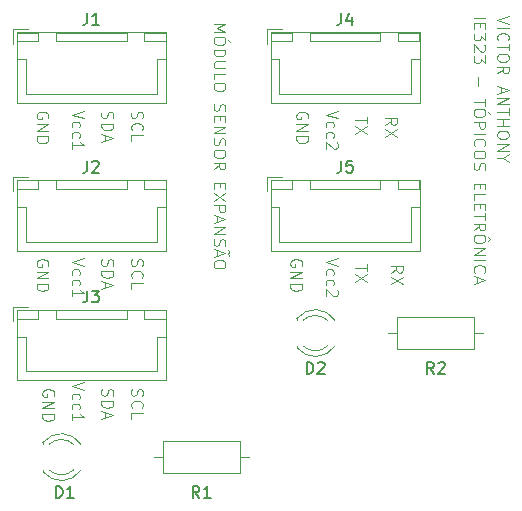
<source format=gbr>
%TF.GenerationSoftware,KiCad,Pcbnew,8.0.3*%
%TF.CreationDate,2024-10-12T11:47:42-03:00*%
%TF.ProjectId,m_dulo_sensor_i2c_2sensores,6df36475-6c6f-45f7-9365-6e736f725f69,rev?*%
%TF.SameCoordinates,Original*%
%TF.FileFunction,Legend,Top*%
%TF.FilePolarity,Positive*%
%FSLAX46Y46*%
G04 Gerber Fmt 4.6, Leading zero omitted, Abs format (unit mm)*
G04 Created by KiCad (PCBNEW 8.0.3) date 2024-10-12 11:47:42*
%MOMM*%
%LPD*%
G01*
G04 APERTURE LIST*
%ADD10C,0.100000*%
%ADD11C,0.150000*%
%ADD12C,0.120000*%
G04 APERTURE END LIST*
D10*
X91127580Y-52803884D02*
X92127580Y-52803884D01*
X92127580Y-52803884D02*
X91413295Y-53137217D01*
X91413295Y-53137217D02*
X92127580Y-53470550D01*
X92127580Y-53470550D02*
X91127580Y-53470550D01*
X92127580Y-54137217D02*
X92127580Y-54327693D01*
X92127580Y-54327693D02*
X92079961Y-54422931D01*
X92079961Y-54422931D02*
X91984723Y-54518169D01*
X91984723Y-54518169D02*
X91794247Y-54565788D01*
X91794247Y-54565788D02*
X91460914Y-54565788D01*
X91460914Y-54565788D02*
X91270438Y-54518169D01*
X91270438Y-54518169D02*
X91175200Y-54422931D01*
X91175200Y-54422931D02*
X91127580Y-54327693D01*
X91127580Y-54327693D02*
X91127580Y-54137217D01*
X91127580Y-54137217D02*
X91175200Y-54041979D01*
X91175200Y-54041979D02*
X91270438Y-53946741D01*
X91270438Y-53946741D02*
X91460914Y-53899122D01*
X91460914Y-53899122D02*
X91794247Y-53899122D01*
X91794247Y-53899122D02*
X91984723Y-53946741D01*
X91984723Y-53946741D02*
X92079961Y-54041979D01*
X92079961Y-54041979D02*
X92127580Y-54137217D01*
X92508533Y-54327693D02*
X92365676Y-54184836D01*
X91127580Y-54994360D02*
X92127580Y-54994360D01*
X92127580Y-54994360D02*
X92127580Y-55232455D01*
X92127580Y-55232455D02*
X92079961Y-55375312D01*
X92079961Y-55375312D02*
X91984723Y-55470550D01*
X91984723Y-55470550D02*
X91889485Y-55518169D01*
X91889485Y-55518169D02*
X91699009Y-55565788D01*
X91699009Y-55565788D02*
X91556152Y-55565788D01*
X91556152Y-55565788D02*
X91365676Y-55518169D01*
X91365676Y-55518169D02*
X91270438Y-55470550D01*
X91270438Y-55470550D02*
X91175200Y-55375312D01*
X91175200Y-55375312D02*
X91127580Y-55232455D01*
X91127580Y-55232455D02*
X91127580Y-54994360D01*
X92127580Y-55994360D02*
X91318057Y-55994360D01*
X91318057Y-55994360D02*
X91222819Y-56041979D01*
X91222819Y-56041979D02*
X91175200Y-56089598D01*
X91175200Y-56089598D02*
X91127580Y-56184836D01*
X91127580Y-56184836D02*
X91127580Y-56375312D01*
X91127580Y-56375312D02*
X91175200Y-56470550D01*
X91175200Y-56470550D02*
X91222819Y-56518169D01*
X91222819Y-56518169D02*
X91318057Y-56565788D01*
X91318057Y-56565788D02*
X92127580Y-56565788D01*
X91127580Y-57518169D02*
X91127580Y-57041979D01*
X91127580Y-57041979D02*
X92127580Y-57041979D01*
X92127580Y-58041979D02*
X92127580Y-58232455D01*
X92127580Y-58232455D02*
X92079961Y-58327693D01*
X92079961Y-58327693D02*
X91984723Y-58422931D01*
X91984723Y-58422931D02*
X91794247Y-58470550D01*
X91794247Y-58470550D02*
X91460914Y-58470550D01*
X91460914Y-58470550D02*
X91270438Y-58422931D01*
X91270438Y-58422931D02*
X91175200Y-58327693D01*
X91175200Y-58327693D02*
X91127580Y-58232455D01*
X91127580Y-58232455D02*
X91127580Y-58041979D01*
X91127580Y-58041979D02*
X91175200Y-57946741D01*
X91175200Y-57946741D02*
X91270438Y-57851503D01*
X91270438Y-57851503D02*
X91460914Y-57803884D01*
X91460914Y-57803884D02*
X91794247Y-57803884D01*
X91794247Y-57803884D02*
X91984723Y-57851503D01*
X91984723Y-57851503D02*
X92079961Y-57946741D01*
X92079961Y-57946741D02*
X92127580Y-58041979D01*
X91175200Y-59613408D02*
X91127580Y-59756265D01*
X91127580Y-59756265D02*
X91127580Y-59994360D01*
X91127580Y-59994360D02*
X91175200Y-60089598D01*
X91175200Y-60089598D02*
X91222819Y-60137217D01*
X91222819Y-60137217D02*
X91318057Y-60184836D01*
X91318057Y-60184836D02*
X91413295Y-60184836D01*
X91413295Y-60184836D02*
X91508533Y-60137217D01*
X91508533Y-60137217D02*
X91556152Y-60089598D01*
X91556152Y-60089598D02*
X91603771Y-59994360D01*
X91603771Y-59994360D02*
X91651390Y-59803884D01*
X91651390Y-59803884D02*
X91699009Y-59708646D01*
X91699009Y-59708646D02*
X91746628Y-59661027D01*
X91746628Y-59661027D02*
X91841866Y-59613408D01*
X91841866Y-59613408D02*
X91937104Y-59613408D01*
X91937104Y-59613408D02*
X92032342Y-59661027D01*
X92032342Y-59661027D02*
X92079961Y-59708646D01*
X92079961Y-59708646D02*
X92127580Y-59803884D01*
X92127580Y-59803884D02*
X92127580Y-60041979D01*
X92127580Y-60041979D02*
X92079961Y-60184836D01*
X91651390Y-60613408D02*
X91651390Y-60946741D01*
X91127580Y-61089598D02*
X91127580Y-60613408D01*
X91127580Y-60613408D02*
X92127580Y-60613408D01*
X92127580Y-60613408D02*
X92127580Y-61089598D01*
X91127580Y-61518170D02*
X92127580Y-61518170D01*
X92127580Y-61518170D02*
X91127580Y-62089598D01*
X91127580Y-62089598D02*
X92127580Y-62089598D01*
X91175200Y-62518170D02*
X91127580Y-62661027D01*
X91127580Y-62661027D02*
X91127580Y-62899122D01*
X91127580Y-62899122D02*
X91175200Y-62994360D01*
X91175200Y-62994360D02*
X91222819Y-63041979D01*
X91222819Y-63041979D02*
X91318057Y-63089598D01*
X91318057Y-63089598D02*
X91413295Y-63089598D01*
X91413295Y-63089598D02*
X91508533Y-63041979D01*
X91508533Y-63041979D02*
X91556152Y-62994360D01*
X91556152Y-62994360D02*
X91603771Y-62899122D01*
X91603771Y-62899122D02*
X91651390Y-62708646D01*
X91651390Y-62708646D02*
X91699009Y-62613408D01*
X91699009Y-62613408D02*
X91746628Y-62565789D01*
X91746628Y-62565789D02*
X91841866Y-62518170D01*
X91841866Y-62518170D02*
X91937104Y-62518170D01*
X91937104Y-62518170D02*
X92032342Y-62565789D01*
X92032342Y-62565789D02*
X92079961Y-62613408D01*
X92079961Y-62613408D02*
X92127580Y-62708646D01*
X92127580Y-62708646D02*
X92127580Y-62946741D01*
X92127580Y-62946741D02*
X92079961Y-63089598D01*
X92127580Y-63708646D02*
X92127580Y-63899122D01*
X92127580Y-63899122D02*
X92079961Y-63994360D01*
X92079961Y-63994360D02*
X91984723Y-64089598D01*
X91984723Y-64089598D02*
X91794247Y-64137217D01*
X91794247Y-64137217D02*
X91460914Y-64137217D01*
X91460914Y-64137217D02*
X91270438Y-64089598D01*
X91270438Y-64089598D02*
X91175200Y-63994360D01*
X91175200Y-63994360D02*
X91127580Y-63899122D01*
X91127580Y-63899122D02*
X91127580Y-63708646D01*
X91127580Y-63708646D02*
X91175200Y-63613408D01*
X91175200Y-63613408D02*
X91270438Y-63518170D01*
X91270438Y-63518170D02*
X91460914Y-63470551D01*
X91460914Y-63470551D02*
X91794247Y-63470551D01*
X91794247Y-63470551D02*
X91984723Y-63518170D01*
X91984723Y-63518170D02*
X92079961Y-63613408D01*
X92079961Y-63613408D02*
X92127580Y-63708646D01*
X91127580Y-65137217D02*
X91603771Y-64803884D01*
X91127580Y-64565789D02*
X92127580Y-64565789D01*
X92127580Y-64565789D02*
X92127580Y-64946741D01*
X92127580Y-64946741D02*
X92079961Y-65041979D01*
X92079961Y-65041979D02*
X92032342Y-65089598D01*
X92032342Y-65089598D02*
X91937104Y-65137217D01*
X91937104Y-65137217D02*
X91794247Y-65137217D01*
X91794247Y-65137217D02*
X91699009Y-65089598D01*
X91699009Y-65089598D02*
X91651390Y-65041979D01*
X91651390Y-65041979D02*
X91603771Y-64946741D01*
X91603771Y-64946741D02*
X91603771Y-64565789D01*
X91651390Y-66327694D02*
X91651390Y-66661027D01*
X91127580Y-66803884D02*
X91127580Y-66327694D01*
X91127580Y-66327694D02*
X92127580Y-66327694D01*
X92127580Y-66327694D02*
X92127580Y-66803884D01*
X92127580Y-67137218D02*
X91127580Y-67803884D01*
X92127580Y-67803884D02*
X91127580Y-67137218D01*
X91127580Y-68184837D02*
X92127580Y-68184837D01*
X92127580Y-68184837D02*
X92127580Y-68565789D01*
X92127580Y-68565789D02*
X92079961Y-68661027D01*
X92079961Y-68661027D02*
X92032342Y-68708646D01*
X92032342Y-68708646D02*
X91937104Y-68756265D01*
X91937104Y-68756265D02*
X91794247Y-68756265D01*
X91794247Y-68756265D02*
X91699009Y-68708646D01*
X91699009Y-68708646D02*
X91651390Y-68661027D01*
X91651390Y-68661027D02*
X91603771Y-68565789D01*
X91603771Y-68565789D02*
X91603771Y-68184837D01*
X91413295Y-69137218D02*
X91413295Y-69613408D01*
X91127580Y-69041980D02*
X92127580Y-69375313D01*
X92127580Y-69375313D02*
X91127580Y-69708646D01*
X91127580Y-70041980D02*
X92127580Y-70041980D01*
X92127580Y-70041980D02*
X91127580Y-70613408D01*
X91127580Y-70613408D02*
X92127580Y-70613408D01*
X91175200Y-71041980D02*
X91127580Y-71184837D01*
X91127580Y-71184837D02*
X91127580Y-71422932D01*
X91127580Y-71422932D02*
X91175200Y-71518170D01*
X91175200Y-71518170D02*
X91222819Y-71565789D01*
X91222819Y-71565789D02*
X91318057Y-71613408D01*
X91318057Y-71613408D02*
X91413295Y-71613408D01*
X91413295Y-71613408D02*
X91508533Y-71565789D01*
X91508533Y-71565789D02*
X91556152Y-71518170D01*
X91556152Y-71518170D02*
X91603771Y-71422932D01*
X91603771Y-71422932D02*
X91651390Y-71232456D01*
X91651390Y-71232456D02*
X91699009Y-71137218D01*
X91699009Y-71137218D02*
X91746628Y-71089599D01*
X91746628Y-71089599D02*
X91841866Y-71041980D01*
X91841866Y-71041980D02*
X91937104Y-71041980D01*
X91937104Y-71041980D02*
X92032342Y-71089599D01*
X92032342Y-71089599D02*
X92079961Y-71137218D01*
X92079961Y-71137218D02*
X92127580Y-71232456D01*
X92127580Y-71232456D02*
X92127580Y-71470551D01*
X92127580Y-71470551D02*
X92079961Y-71613408D01*
X91413295Y-71994361D02*
X91413295Y-72470551D01*
X91127580Y-71899123D02*
X92127580Y-72232456D01*
X92127580Y-72232456D02*
X91127580Y-72565789D01*
X92365676Y-71994361D02*
X92413295Y-72041980D01*
X92413295Y-72041980D02*
X92460914Y-72137218D01*
X92460914Y-72137218D02*
X92365676Y-72327694D01*
X92365676Y-72327694D02*
X92413295Y-72422932D01*
X92413295Y-72422932D02*
X92460914Y-72470551D01*
X92127580Y-73089599D02*
X92127580Y-73280075D01*
X92127580Y-73280075D02*
X92079961Y-73375313D01*
X92079961Y-73375313D02*
X91984723Y-73470551D01*
X91984723Y-73470551D02*
X91794247Y-73518170D01*
X91794247Y-73518170D02*
X91460914Y-73518170D01*
X91460914Y-73518170D02*
X91270438Y-73470551D01*
X91270438Y-73470551D02*
X91175200Y-73375313D01*
X91175200Y-73375313D02*
X91127580Y-73280075D01*
X91127580Y-73280075D02*
X91127580Y-73089599D01*
X91127580Y-73089599D02*
X91175200Y-72994361D01*
X91175200Y-72994361D02*
X91270438Y-72899123D01*
X91270438Y-72899123D02*
X91460914Y-72851504D01*
X91460914Y-72851504D02*
X91794247Y-72851504D01*
X91794247Y-72851504D02*
X91984723Y-72899123D01*
X91984723Y-72899123D02*
X92079961Y-72994361D01*
X92079961Y-72994361D02*
X92127580Y-73089599D01*
X113127580Y-52303884D02*
X114127580Y-52303884D01*
X113651390Y-52780074D02*
X113651390Y-53113407D01*
X113127580Y-53256264D02*
X113127580Y-52780074D01*
X113127580Y-52780074D02*
X114127580Y-52780074D01*
X114127580Y-52780074D02*
X114127580Y-53256264D01*
X114127580Y-53589598D02*
X114127580Y-54208645D01*
X114127580Y-54208645D02*
X113746628Y-53875312D01*
X113746628Y-53875312D02*
X113746628Y-54018169D01*
X113746628Y-54018169D02*
X113699009Y-54113407D01*
X113699009Y-54113407D02*
X113651390Y-54161026D01*
X113651390Y-54161026D02*
X113556152Y-54208645D01*
X113556152Y-54208645D02*
X113318057Y-54208645D01*
X113318057Y-54208645D02*
X113222819Y-54161026D01*
X113222819Y-54161026D02*
X113175200Y-54113407D01*
X113175200Y-54113407D02*
X113127580Y-54018169D01*
X113127580Y-54018169D02*
X113127580Y-53732455D01*
X113127580Y-53732455D02*
X113175200Y-53637217D01*
X113175200Y-53637217D02*
X113222819Y-53589598D01*
X114032342Y-54589598D02*
X114079961Y-54637217D01*
X114079961Y-54637217D02*
X114127580Y-54732455D01*
X114127580Y-54732455D02*
X114127580Y-54970550D01*
X114127580Y-54970550D02*
X114079961Y-55065788D01*
X114079961Y-55065788D02*
X114032342Y-55113407D01*
X114032342Y-55113407D02*
X113937104Y-55161026D01*
X113937104Y-55161026D02*
X113841866Y-55161026D01*
X113841866Y-55161026D02*
X113699009Y-55113407D01*
X113699009Y-55113407D02*
X113127580Y-54541979D01*
X113127580Y-54541979D02*
X113127580Y-55161026D01*
X114127580Y-55494360D02*
X114127580Y-56113407D01*
X114127580Y-56113407D02*
X113746628Y-55780074D01*
X113746628Y-55780074D02*
X113746628Y-55922931D01*
X113746628Y-55922931D02*
X113699009Y-56018169D01*
X113699009Y-56018169D02*
X113651390Y-56065788D01*
X113651390Y-56065788D02*
X113556152Y-56113407D01*
X113556152Y-56113407D02*
X113318057Y-56113407D01*
X113318057Y-56113407D02*
X113222819Y-56065788D01*
X113222819Y-56065788D02*
X113175200Y-56018169D01*
X113175200Y-56018169D02*
X113127580Y-55922931D01*
X113127580Y-55922931D02*
X113127580Y-55637217D01*
X113127580Y-55637217D02*
X113175200Y-55541979D01*
X113175200Y-55541979D02*
X113222819Y-55494360D01*
X113508533Y-57303884D02*
X113508533Y-58065789D01*
X114127580Y-59161027D02*
X114127580Y-59732455D01*
X113127580Y-59446741D02*
X114127580Y-59446741D01*
X114127580Y-60256265D02*
X114127580Y-60446741D01*
X114127580Y-60446741D02*
X114079961Y-60541979D01*
X114079961Y-60541979D02*
X113984723Y-60637217D01*
X113984723Y-60637217D02*
X113794247Y-60684836D01*
X113794247Y-60684836D02*
X113460914Y-60684836D01*
X113460914Y-60684836D02*
X113270438Y-60637217D01*
X113270438Y-60637217D02*
X113175200Y-60541979D01*
X113175200Y-60541979D02*
X113127580Y-60446741D01*
X113127580Y-60446741D02*
X113127580Y-60256265D01*
X113127580Y-60256265D02*
X113175200Y-60161027D01*
X113175200Y-60161027D02*
X113270438Y-60065789D01*
X113270438Y-60065789D02*
X113460914Y-60018170D01*
X113460914Y-60018170D02*
X113794247Y-60018170D01*
X113794247Y-60018170D02*
X113984723Y-60065789D01*
X113984723Y-60065789D02*
X114079961Y-60161027D01*
X114079961Y-60161027D02*
X114127580Y-60256265D01*
X114508533Y-60446741D02*
X114365676Y-60303884D01*
X113127580Y-61113408D02*
X114127580Y-61113408D01*
X114127580Y-61113408D02*
X114127580Y-61494360D01*
X114127580Y-61494360D02*
X114079961Y-61589598D01*
X114079961Y-61589598D02*
X114032342Y-61637217D01*
X114032342Y-61637217D02*
X113937104Y-61684836D01*
X113937104Y-61684836D02*
X113794247Y-61684836D01*
X113794247Y-61684836D02*
X113699009Y-61637217D01*
X113699009Y-61637217D02*
X113651390Y-61589598D01*
X113651390Y-61589598D02*
X113603771Y-61494360D01*
X113603771Y-61494360D02*
X113603771Y-61113408D01*
X113127580Y-62113408D02*
X114127580Y-62113408D01*
X113222819Y-63161026D02*
X113175200Y-63113407D01*
X113175200Y-63113407D02*
X113127580Y-62970550D01*
X113127580Y-62970550D02*
X113127580Y-62875312D01*
X113127580Y-62875312D02*
X113175200Y-62732455D01*
X113175200Y-62732455D02*
X113270438Y-62637217D01*
X113270438Y-62637217D02*
X113365676Y-62589598D01*
X113365676Y-62589598D02*
X113556152Y-62541979D01*
X113556152Y-62541979D02*
X113699009Y-62541979D01*
X113699009Y-62541979D02*
X113889485Y-62589598D01*
X113889485Y-62589598D02*
X113984723Y-62637217D01*
X113984723Y-62637217D02*
X114079961Y-62732455D01*
X114079961Y-62732455D02*
X114127580Y-62875312D01*
X114127580Y-62875312D02*
X114127580Y-62970550D01*
X114127580Y-62970550D02*
X114079961Y-63113407D01*
X114079961Y-63113407D02*
X114032342Y-63161026D01*
X114127580Y-63780074D02*
X114127580Y-63970550D01*
X114127580Y-63970550D02*
X114079961Y-64065788D01*
X114079961Y-64065788D02*
X113984723Y-64161026D01*
X113984723Y-64161026D02*
X113794247Y-64208645D01*
X113794247Y-64208645D02*
X113460914Y-64208645D01*
X113460914Y-64208645D02*
X113270438Y-64161026D01*
X113270438Y-64161026D02*
X113175200Y-64065788D01*
X113175200Y-64065788D02*
X113127580Y-63970550D01*
X113127580Y-63970550D02*
X113127580Y-63780074D01*
X113127580Y-63780074D02*
X113175200Y-63684836D01*
X113175200Y-63684836D02*
X113270438Y-63589598D01*
X113270438Y-63589598D02*
X113460914Y-63541979D01*
X113460914Y-63541979D02*
X113794247Y-63541979D01*
X113794247Y-63541979D02*
X113984723Y-63589598D01*
X113984723Y-63589598D02*
X114079961Y-63684836D01*
X114079961Y-63684836D02*
X114127580Y-63780074D01*
X113175200Y-64589598D02*
X113127580Y-64732455D01*
X113127580Y-64732455D02*
X113127580Y-64970550D01*
X113127580Y-64970550D02*
X113175200Y-65065788D01*
X113175200Y-65065788D02*
X113222819Y-65113407D01*
X113222819Y-65113407D02*
X113318057Y-65161026D01*
X113318057Y-65161026D02*
X113413295Y-65161026D01*
X113413295Y-65161026D02*
X113508533Y-65113407D01*
X113508533Y-65113407D02*
X113556152Y-65065788D01*
X113556152Y-65065788D02*
X113603771Y-64970550D01*
X113603771Y-64970550D02*
X113651390Y-64780074D01*
X113651390Y-64780074D02*
X113699009Y-64684836D01*
X113699009Y-64684836D02*
X113746628Y-64637217D01*
X113746628Y-64637217D02*
X113841866Y-64589598D01*
X113841866Y-64589598D02*
X113937104Y-64589598D01*
X113937104Y-64589598D02*
X114032342Y-64637217D01*
X114032342Y-64637217D02*
X114079961Y-64684836D01*
X114079961Y-64684836D02*
X114127580Y-64780074D01*
X114127580Y-64780074D02*
X114127580Y-65018169D01*
X114127580Y-65018169D02*
X114079961Y-65161026D01*
X113651390Y-66351503D02*
X113651390Y-66684836D01*
X113127580Y-66827693D02*
X113127580Y-66351503D01*
X113127580Y-66351503D02*
X114127580Y-66351503D01*
X114127580Y-66351503D02*
X114127580Y-66827693D01*
X113127580Y-67732455D02*
X113127580Y-67256265D01*
X113127580Y-67256265D02*
X114127580Y-67256265D01*
X113651390Y-68065789D02*
X113651390Y-68399122D01*
X113127580Y-68541979D02*
X113127580Y-68065789D01*
X113127580Y-68065789D02*
X114127580Y-68065789D01*
X114127580Y-68065789D02*
X114127580Y-68541979D01*
X114127580Y-68827694D02*
X114127580Y-69399122D01*
X113127580Y-69113408D02*
X114127580Y-69113408D01*
X113127580Y-70303884D02*
X113603771Y-69970551D01*
X113127580Y-69732456D02*
X114127580Y-69732456D01*
X114127580Y-69732456D02*
X114127580Y-70113408D01*
X114127580Y-70113408D02*
X114079961Y-70208646D01*
X114079961Y-70208646D02*
X114032342Y-70256265D01*
X114032342Y-70256265D02*
X113937104Y-70303884D01*
X113937104Y-70303884D02*
X113794247Y-70303884D01*
X113794247Y-70303884D02*
X113699009Y-70256265D01*
X113699009Y-70256265D02*
X113651390Y-70208646D01*
X113651390Y-70208646D02*
X113603771Y-70113408D01*
X113603771Y-70113408D02*
X113603771Y-69732456D01*
X114127580Y-70922932D02*
X114127580Y-71113408D01*
X114127580Y-71113408D02*
X114079961Y-71208646D01*
X114079961Y-71208646D02*
X113984723Y-71303884D01*
X113984723Y-71303884D02*
X113794247Y-71351503D01*
X113794247Y-71351503D02*
X113460914Y-71351503D01*
X113460914Y-71351503D02*
X113270438Y-71303884D01*
X113270438Y-71303884D02*
X113175200Y-71208646D01*
X113175200Y-71208646D02*
X113127580Y-71113408D01*
X113127580Y-71113408D02*
X113127580Y-70922932D01*
X113127580Y-70922932D02*
X113175200Y-70827694D01*
X113175200Y-70827694D02*
X113270438Y-70732456D01*
X113270438Y-70732456D02*
X113460914Y-70684837D01*
X113460914Y-70684837D02*
X113794247Y-70684837D01*
X113794247Y-70684837D02*
X113984723Y-70732456D01*
X113984723Y-70732456D02*
X114079961Y-70827694D01*
X114079961Y-70827694D02*
X114127580Y-70922932D01*
X114365676Y-70827694D02*
X114508533Y-71018170D01*
X114508533Y-71018170D02*
X114365676Y-71208646D01*
X113127580Y-71780075D02*
X114127580Y-71780075D01*
X114127580Y-71780075D02*
X113127580Y-72351503D01*
X113127580Y-72351503D02*
X114127580Y-72351503D01*
X113127580Y-72827694D02*
X114127580Y-72827694D01*
X113222819Y-73875312D02*
X113175200Y-73827693D01*
X113175200Y-73827693D02*
X113127580Y-73684836D01*
X113127580Y-73684836D02*
X113127580Y-73589598D01*
X113127580Y-73589598D02*
X113175200Y-73446741D01*
X113175200Y-73446741D02*
X113270438Y-73351503D01*
X113270438Y-73351503D02*
X113365676Y-73303884D01*
X113365676Y-73303884D02*
X113556152Y-73256265D01*
X113556152Y-73256265D02*
X113699009Y-73256265D01*
X113699009Y-73256265D02*
X113889485Y-73303884D01*
X113889485Y-73303884D02*
X113984723Y-73351503D01*
X113984723Y-73351503D02*
X114079961Y-73446741D01*
X114079961Y-73446741D02*
X114127580Y-73589598D01*
X114127580Y-73589598D02*
X114127580Y-73684836D01*
X114127580Y-73684836D02*
X114079961Y-73827693D01*
X114079961Y-73827693D02*
X114032342Y-73875312D01*
X113413295Y-74256265D02*
X113413295Y-74732455D01*
X113127580Y-74161027D02*
X114127580Y-74494360D01*
X114127580Y-74494360D02*
X113127580Y-74827693D01*
X116127580Y-52161027D02*
X115127580Y-52494360D01*
X115127580Y-52494360D02*
X116127580Y-52827693D01*
X115127580Y-53161027D02*
X116127580Y-53161027D01*
X115222819Y-54208645D02*
X115175200Y-54161026D01*
X115175200Y-54161026D02*
X115127580Y-54018169D01*
X115127580Y-54018169D02*
X115127580Y-53922931D01*
X115127580Y-53922931D02*
X115175200Y-53780074D01*
X115175200Y-53780074D02*
X115270438Y-53684836D01*
X115270438Y-53684836D02*
X115365676Y-53637217D01*
X115365676Y-53637217D02*
X115556152Y-53589598D01*
X115556152Y-53589598D02*
X115699009Y-53589598D01*
X115699009Y-53589598D02*
X115889485Y-53637217D01*
X115889485Y-53637217D02*
X115984723Y-53684836D01*
X115984723Y-53684836D02*
X116079961Y-53780074D01*
X116079961Y-53780074D02*
X116127580Y-53922931D01*
X116127580Y-53922931D02*
X116127580Y-54018169D01*
X116127580Y-54018169D02*
X116079961Y-54161026D01*
X116079961Y-54161026D02*
X116032342Y-54208645D01*
X116127580Y-54494360D02*
X116127580Y-55065788D01*
X115127580Y-54780074D02*
X116127580Y-54780074D01*
X116127580Y-55589598D02*
X116127580Y-55780074D01*
X116127580Y-55780074D02*
X116079961Y-55875312D01*
X116079961Y-55875312D02*
X115984723Y-55970550D01*
X115984723Y-55970550D02*
X115794247Y-56018169D01*
X115794247Y-56018169D02*
X115460914Y-56018169D01*
X115460914Y-56018169D02*
X115270438Y-55970550D01*
X115270438Y-55970550D02*
X115175200Y-55875312D01*
X115175200Y-55875312D02*
X115127580Y-55780074D01*
X115127580Y-55780074D02*
X115127580Y-55589598D01*
X115127580Y-55589598D02*
X115175200Y-55494360D01*
X115175200Y-55494360D02*
X115270438Y-55399122D01*
X115270438Y-55399122D02*
X115460914Y-55351503D01*
X115460914Y-55351503D02*
X115794247Y-55351503D01*
X115794247Y-55351503D02*
X115984723Y-55399122D01*
X115984723Y-55399122D02*
X116079961Y-55494360D01*
X116079961Y-55494360D02*
X116127580Y-55589598D01*
X115127580Y-57018169D02*
X115603771Y-56684836D01*
X115127580Y-56446741D02*
X116127580Y-56446741D01*
X116127580Y-56446741D02*
X116127580Y-56827693D01*
X116127580Y-56827693D02*
X116079961Y-56922931D01*
X116079961Y-56922931D02*
X116032342Y-56970550D01*
X116032342Y-56970550D02*
X115937104Y-57018169D01*
X115937104Y-57018169D02*
X115794247Y-57018169D01*
X115794247Y-57018169D02*
X115699009Y-56970550D01*
X115699009Y-56970550D02*
X115651390Y-56922931D01*
X115651390Y-56922931D02*
X115603771Y-56827693D01*
X115603771Y-56827693D02*
X115603771Y-56446741D01*
X115413295Y-58161027D02*
X115413295Y-58637217D01*
X115127580Y-58065789D02*
X116127580Y-58399122D01*
X116127580Y-58399122D02*
X115127580Y-58732455D01*
X115127580Y-59065789D02*
X116127580Y-59065789D01*
X116127580Y-59065789D02*
X115127580Y-59637217D01*
X115127580Y-59637217D02*
X116127580Y-59637217D01*
X116127580Y-59970551D02*
X116127580Y-60541979D01*
X115127580Y-60256265D02*
X116127580Y-60256265D01*
X115127580Y-60875313D02*
X116127580Y-60875313D01*
X115651390Y-60875313D02*
X115651390Y-61446741D01*
X115127580Y-61446741D02*
X116127580Y-61446741D01*
X116127580Y-62113408D02*
X116127580Y-62303884D01*
X116127580Y-62303884D02*
X116079961Y-62399122D01*
X116079961Y-62399122D02*
X115984723Y-62494360D01*
X115984723Y-62494360D02*
X115794247Y-62541979D01*
X115794247Y-62541979D02*
X115460914Y-62541979D01*
X115460914Y-62541979D02*
X115270438Y-62494360D01*
X115270438Y-62494360D02*
X115175200Y-62399122D01*
X115175200Y-62399122D02*
X115127580Y-62303884D01*
X115127580Y-62303884D02*
X115127580Y-62113408D01*
X115127580Y-62113408D02*
X115175200Y-62018170D01*
X115175200Y-62018170D02*
X115270438Y-61922932D01*
X115270438Y-61922932D02*
X115460914Y-61875313D01*
X115460914Y-61875313D02*
X115794247Y-61875313D01*
X115794247Y-61875313D02*
X115984723Y-61922932D01*
X115984723Y-61922932D02*
X116079961Y-62018170D01*
X116079961Y-62018170D02*
X116127580Y-62113408D01*
X115127580Y-62970551D02*
X116127580Y-62970551D01*
X116127580Y-62970551D02*
X115127580Y-63541979D01*
X115127580Y-63541979D02*
X116127580Y-63541979D01*
X115603771Y-64208646D02*
X115127580Y-64208646D01*
X116127580Y-63875313D02*
X115603771Y-64208646D01*
X115603771Y-64208646D02*
X116127580Y-64541979D01*
X106127580Y-73875312D02*
X106603771Y-73541979D01*
X106127580Y-73303884D02*
X107127580Y-73303884D01*
X107127580Y-73303884D02*
X107127580Y-73684836D01*
X107127580Y-73684836D02*
X107079961Y-73780074D01*
X107079961Y-73780074D02*
X107032342Y-73827693D01*
X107032342Y-73827693D02*
X106937104Y-73875312D01*
X106937104Y-73875312D02*
X106794247Y-73875312D01*
X106794247Y-73875312D02*
X106699009Y-73827693D01*
X106699009Y-73827693D02*
X106651390Y-73780074D01*
X106651390Y-73780074D02*
X106603771Y-73684836D01*
X106603771Y-73684836D02*
X106603771Y-73303884D01*
X107127580Y-74208646D02*
X106127580Y-74875312D01*
X107127580Y-74875312D02*
X106127580Y-74208646D01*
X105627580Y-61375312D02*
X106103771Y-61041979D01*
X105627580Y-60803884D02*
X106627580Y-60803884D01*
X106627580Y-60803884D02*
X106627580Y-61184836D01*
X106627580Y-61184836D02*
X106579961Y-61280074D01*
X106579961Y-61280074D02*
X106532342Y-61327693D01*
X106532342Y-61327693D02*
X106437104Y-61375312D01*
X106437104Y-61375312D02*
X106294247Y-61375312D01*
X106294247Y-61375312D02*
X106199009Y-61327693D01*
X106199009Y-61327693D02*
X106151390Y-61280074D01*
X106151390Y-61280074D02*
X106103771Y-61184836D01*
X106103771Y-61184836D02*
X106103771Y-60803884D01*
X106627580Y-61708646D02*
X105627580Y-62375312D01*
X106627580Y-62375312D02*
X105627580Y-61708646D01*
X104127580Y-73161027D02*
X104127580Y-73732455D01*
X103127580Y-73446741D02*
X104127580Y-73446741D01*
X104127580Y-73970551D02*
X103127580Y-74637217D01*
X104127580Y-74637217D02*
X103127580Y-73970551D01*
X104127580Y-60661027D02*
X104127580Y-61232455D01*
X103127580Y-60946741D02*
X104127580Y-60946741D01*
X104127580Y-61470551D02*
X103127580Y-62137217D01*
X104127580Y-62137217D02*
X103127580Y-61470551D01*
X99079961Y-60827693D02*
X99127580Y-60732455D01*
X99127580Y-60732455D02*
X99127580Y-60589598D01*
X99127580Y-60589598D02*
X99079961Y-60446741D01*
X99079961Y-60446741D02*
X98984723Y-60351503D01*
X98984723Y-60351503D02*
X98889485Y-60303884D01*
X98889485Y-60303884D02*
X98699009Y-60256265D01*
X98699009Y-60256265D02*
X98556152Y-60256265D01*
X98556152Y-60256265D02*
X98365676Y-60303884D01*
X98365676Y-60303884D02*
X98270438Y-60351503D01*
X98270438Y-60351503D02*
X98175200Y-60446741D01*
X98175200Y-60446741D02*
X98127580Y-60589598D01*
X98127580Y-60589598D02*
X98127580Y-60684836D01*
X98127580Y-60684836D02*
X98175200Y-60827693D01*
X98175200Y-60827693D02*
X98222819Y-60875312D01*
X98222819Y-60875312D02*
X98556152Y-60875312D01*
X98556152Y-60875312D02*
X98556152Y-60684836D01*
X98127580Y-61303884D02*
X99127580Y-61303884D01*
X99127580Y-61303884D02*
X98127580Y-61875312D01*
X98127580Y-61875312D02*
X99127580Y-61875312D01*
X98127580Y-62351503D02*
X99127580Y-62351503D01*
X99127580Y-62351503D02*
X99127580Y-62589598D01*
X99127580Y-62589598D02*
X99079961Y-62732455D01*
X99079961Y-62732455D02*
X98984723Y-62827693D01*
X98984723Y-62827693D02*
X98889485Y-62875312D01*
X98889485Y-62875312D02*
X98699009Y-62922931D01*
X98699009Y-62922931D02*
X98556152Y-62922931D01*
X98556152Y-62922931D02*
X98365676Y-62875312D01*
X98365676Y-62875312D02*
X98270438Y-62827693D01*
X98270438Y-62827693D02*
X98175200Y-62732455D01*
X98175200Y-62732455D02*
X98127580Y-62589598D01*
X98127580Y-62589598D02*
X98127580Y-62351503D01*
X98579961Y-73327693D02*
X98627580Y-73232455D01*
X98627580Y-73232455D02*
X98627580Y-73089598D01*
X98627580Y-73089598D02*
X98579961Y-72946741D01*
X98579961Y-72946741D02*
X98484723Y-72851503D01*
X98484723Y-72851503D02*
X98389485Y-72803884D01*
X98389485Y-72803884D02*
X98199009Y-72756265D01*
X98199009Y-72756265D02*
X98056152Y-72756265D01*
X98056152Y-72756265D02*
X97865676Y-72803884D01*
X97865676Y-72803884D02*
X97770438Y-72851503D01*
X97770438Y-72851503D02*
X97675200Y-72946741D01*
X97675200Y-72946741D02*
X97627580Y-73089598D01*
X97627580Y-73089598D02*
X97627580Y-73184836D01*
X97627580Y-73184836D02*
X97675200Y-73327693D01*
X97675200Y-73327693D02*
X97722819Y-73375312D01*
X97722819Y-73375312D02*
X98056152Y-73375312D01*
X98056152Y-73375312D02*
X98056152Y-73184836D01*
X97627580Y-73803884D02*
X98627580Y-73803884D01*
X98627580Y-73803884D02*
X97627580Y-74375312D01*
X97627580Y-74375312D02*
X98627580Y-74375312D01*
X97627580Y-74851503D02*
X98627580Y-74851503D01*
X98627580Y-74851503D02*
X98627580Y-75089598D01*
X98627580Y-75089598D02*
X98579961Y-75232455D01*
X98579961Y-75232455D02*
X98484723Y-75327693D01*
X98484723Y-75327693D02*
X98389485Y-75375312D01*
X98389485Y-75375312D02*
X98199009Y-75422931D01*
X98199009Y-75422931D02*
X98056152Y-75422931D01*
X98056152Y-75422931D02*
X97865676Y-75375312D01*
X97865676Y-75375312D02*
X97770438Y-75327693D01*
X97770438Y-75327693D02*
X97675200Y-75232455D01*
X97675200Y-75232455D02*
X97627580Y-75089598D01*
X97627580Y-75089598D02*
X97627580Y-74851503D01*
X77579961Y-84327693D02*
X77627580Y-84232455D01*
X77627580Y-84232455D02*
X77627580Y-84089598D01*
X77627580Y-84089598D02*
X77579961Y-83946741D01*
X77579961Y-83946741D02*
X77484723Y-83851503D01*
X77484723Y-83851503D02*
X77389485Y-83803884D01*
X77389485Y-83803884D02*
X77199009Y-83756265D01*
X77199009Y-83756265D02*
X77056152Y-83756265D01*
X77056152Y-83756265D02*
X76865676Y-83803884D01*
X76865676Y-83803884D02*
X76770438Y-83851503D01*
X76770438Y-83851503D02*
X76675200Y-83946741D01*
X76675200Y-83946741D02*
X76627580Y-84089598D01*
X76627580Y-84089598D02*
X76627580Y-84184836D01*
X76627580Y-84184836D02*
X76675200Y-84327693D01*
X76675200Y-84327693D02*
X76722819Y-84375312D01*
X76722819Y-84375312D02*
X77056152Y-84375312D01*
X77056152Y-84375312D02*
X77056152Y-84184836D01*
X76627580Y-84803884D02*
X77627580Y-84803884D01*
X77627580Y-84803884D02*
X76627580Y-85375312D01*
X76627580Y-85375312D02*
X77627580Y-85375312D01*
X76627580Y-85851503D02*
X77627580Y-85851503D01*
X77627580Y-85851503D02*
X77627580Y-86089598D01*
X77627580Y-86089598D02*
X77579961Y-86232455D01*
X77579961Y-86232455D02*
X77484723Y-86327693D01*
X77484723Y-86327693D02*
X77389485Y-86375312D01*
X77389485Y-86375312D02*
X77199009Y-86422931D01*
X77199009Y-86422931D02*
X77056152Y-86422931D01*
X77056152Y-86422931D02*
X76865676Y-86375312D01*
X76865676Y-86375312D02*
X76770438Y-86327693D01*
X76770438Y-86327693D02*
X76675200Y-86232455D01*
X76675200Y-86232455D02*
X76627580Y-86089598D01*
X76627580Y-86089598D02*
X76627580Y-85851503D01*
X77079961Y-73327693D02*
X77127580Y-73232455D01*
X77127580Y-73232455D02*
X77127580Y-73089598D01*
X77127580Y-73089598D02*
X77079961Y-72946741D01*
X77079961Y-72946741D02*
X76984723Y-72851503D01*
X76984723Y-72851503D02*
X76889485Y-72803884D01*
X76889485Y-72803884D02*
X76699009Y-72756265D01*
X76699009Y-72756265D02*
X76556152Y-72756265D01*
X76556152Y-72756265D02*
X76365676Y-72803884D01*
X76365676Y-72803884D02*
X76270438Y-72851503D01*
X76270438Y-72851503D02*
X76175200Y-72946741D01*
X76175200Y-72946741D02*
X76127580Y-73089598D01*
X76127580Y-73089598D02*
X76127580Y-73184836D01*
X76127580Y-73184836D02*
X76175200Y-73327693D01*
X76175200Y-73327693D02*
X76222819Y-73375312D01*
X76222819Y-73375312D02*
X76556152Y-73375312D01*
X76556152Y-73375312D02*
X76556152Y-73184836D01*
X76127580Y-73803884D02*
X77127580Y-73803884D01*
X77127580Y-73803884D02*
X76127580Y-74375312D01*
X76127580Y-74375312D02*
X77127580Y-74375312D01*
X76127580Y-74851503D02*
X77127580Y-74851503D01*
X77127580Y-74851503D02*
X77127580Y-75089598D01*
X77127580Y-75089598D02*
X77079961Y-75232455D01*
X77079961Y-75232455D02*
X76984723Y-75327693D01*
X76984723Y-75327693D02*
X76889485Y-75375312D01*
X76889485Y-75375312D02*
X76699009Y-75422931D01*
X76699009Y-75422931D02*
X76556152Y-75422931D01*
X76556152Y-75422931D02*
X76365676Y-75375312D01*
X76365676Y-75375312D02*
X76270438Y-75327693D01*
X76270438Y-75327693D02*
X76175200Y-75232455D01*
X76175200Y-75232455D02*
X76127580Y-75089598D01*
X76127580Y-75089598D02*
X76127580Y-74851503D01*
X77079961Y-60827693D02*
X77127580Y-60732455D01*
X77127580Y-60732455D02*
X77127580Y-60589598D01*
X77127580Y-60589598D02*
X77079961Y-60446741D01*
X77079961Y-60446741D02*
X76984723Y-60351503D01*
X76984723Y-60351503D02*
X76889485Y-60303884D01*
X76889485Y-60303884D02*
X76699009Y-60256265D01*
X76699009Y-60256265D02*
X76556152Y-60256265D01*
X76556152Y-60256265D02*
X76365676Y-60303884D01*
X76365676Y-60303884D02*
X76270438Y-60351503D01*
X76270438Y-60351503D02*
X76175200Y-60446741D01*
X76175200Y-60446741D02*
X76127580Y-60589598D01*
X76127580Y-60589598D02*
X76127580Y-60684836D01*
X76127580Y-60684836D02*
X76175200Y-60827693D01*
X76175200Y-60827693D02*
X76222819Y-60875312D01*
X76222819Y-60875312D02*
X76556152Y-60875312D01*
X76556152Y-60875312D02*
X76556152Y-60684836D01*
X76127580Y-61303884D02*
X77127580Y-61303884D01*
X77127580Y-61303884D02*
X76127580Y-61875312D01*
X76127580Y-61875312D02*
X77127580Y-61875312D01*
X76127580Y-62351503D02*
X77127580Y-62351503D01*
X77127580Y-62351503D02*
X77127580Y-62589598D01*
X77127580Y-62589598D02*
X77079961Y-62732455D01*
X77079961Y-62732455D02*
X76984723Y-62827693D01*
X76984723Y-62827693D02*
X76889485Y-62875312D01*
X76889485Y-62875312D02*
X76699009Y-62922931D01*
X76699009Y-62922931D02*
X76556152Y-62922931D01*
X76556152Y-62922931D02*
X76365676Y-62875312D01*
X76365676Y-62875312D02*
X76270438Y-62827693D01*
X76270438Y-62827693D02*
X76175200Y-62732455D01*
X76175200Y-62732455D02*
X76127580Y-62589598D01*
X76127580Y-62589598D02*
X76127580Y-62351503D01*
X84175200Y-60256265D02*
X84127580Y-60399122D01*
X84127580Y-60399122D02*
X84127580Y-60637217D01*
X84127580Y-60637217D02*
X84175200Y-60732455D01*
X84175200Y-60732455D02*
X84222819Y-60780074D01*
X84222819Y-60780074D02*
X84318057Y-60827693D01*
X84318057Y-60827693D02*
X84413295Y-60827693D01*
X84413295Y-60827693D02*
X84508533Y-60780074D01*
X84508533Y-60780074D02*
X84556152Y-60732455D01*
X84556152Y-60732455D02*
X84603771Y-60637217D01*
X84603771Y-60637217D02*
X84651390Y-60446741D01*
X84651390Y-60446741D02*
X84699009Y-60351503D01*
X84699009Y-60351503D02*
X84746628Y-60303884D01*
X84746628Y-60303884D02*
X84841866Y-60256265D01*
X84841866Y-60256265D02*
X84937104Y-60256265D01*
X84937104Y-60256265D02*
X85032342Y-60303884D01*
X85032342Y-60303884D02*
X85079961Y-60351503D01*
X85079961Y-60351503D02*
X85127580Y-60446741D01*
X85127580Y-60446741D02*
X85127580Y-60684836D01*
X85127580Y-60684836D02*
X85079961Y-60827693D01*
X84222819Y-61827693D02*
X84175200Y-61780074D01*
X84175200Y-61780074D02*
X84127580Y-61637217D01*
X84127580Y-61637217D02*
X84127580Y-61541979D01*
X84127580Y-61541979D02*
X84175200Y-61399122D01*
X84175200Y-61399122D02*
X84270438Y-61303884D01*
X84270438Y-61303884D02*
X84365676Y-61256265D01*
X84365676Y-61256265D02*
X84556152Y-61208646D01*
X84556152Y-61208646D02*
X84699009Y-61208646D01*
X84699009Y-61208646D02*
X84889485Y-61256265D01*
X84889485Y-61256265D02*
X84984723Y-61303884D01*
X84984723Y-61303884D02*
X85079961Y-61399122D01*
X85079961Y-61399122D02*
X85127580Y-61541979D01*
X85127580Y-61541979D02*
X85127580Y-61637217D01*
X85127580Y-61637217D02*
X85079961Y-61780074D01*
X85079961Y-61780074D02*
X85032342Y-61827693D01*
X84127580Y-62732455D02*
X84127580Y-62256265D01*
X84127580Y-62256265D02*
X85127580Y-62256265D01*
X84175200Y-72756265D02*
X84127580Y-72899122D01*
X84127580Y-72899122D02*
X84127580Y-73137217D01*
X84127580Y-73137217D02*
X84175200Y-73232455D01*
X84175200Y-73232455D02*
X84222819Y-73280074D01*
X84222819Y-73280074D02*
X84318057Y-73327693D01*
X84318057Y-73327693D02*
X84413295Y-73327693D01*
X84413295Y-73327693D02*
X84508533Y-73280074D01*
X84508533Y-73280074D02*
X84556152Y-73232455D01*
X84556152Y-73232455D02*
X84603771Y-73137217D01*
X84603771Y-73137217D02*
X84651390Y-72946741D01*
X84651390Y-72946741D02*
X84699009Y-72851503D01*
X84699009Y-72851503D02*
X84746628Y-72803884D01*
X84746628Y-72803884D02*
X84841866Y-72756265D01*
X84841866Y-72756265D02*
X84937104Y-72756265D01*
X84937104Y-72756265D02*
X85032342Y-72803884D01*
X85032342Y-72803884D02*
X85079961Y-72851503D01*
X85079961Y-72851503D02*
X85127580Y-72946741D01*
X85127580Y-72946741D02*
X85127580Y-73184836D01*
X85127580Y-73184836D02*
X85079961Y-73327693D01*
X84222819Y-74327693D02*
X84175200Y-74280074D01*
X84175200Y-74280074D02*
X84127580Y-74137217D01*
X84127580Y-74137217D02*
X84127580Y-74041979D01*
X84127580Y-74041979D02*
X84175200Y-73899122D01*
X84175200Y-73899122D02*
X84270438Y-73803884D01*
X84270438Y-73803884D02*
X84365676Y-73756265D01*
X84365676Y-73756265D02*
X84556152Y-73708646D01*
X84556152Y-73708646D02*
X84699009Y-73708646D01*
X84699009Y-73708646D02*
X84889485Y-73756265D01*
X84889485Y-73756265D02*
X84984723Y-73803884D01*
X84984723Y-73803884D02*
X85079961Y-73899122D01*
X85079961Y-73899122D02*
X85127580Y-74041979D01*
X85127580Y-74041979D02*
X85127580Y-74137217D01*
X85127580Y-74137217D02*
X85079961Y-74280074D01*
X85079961Y-74280074D02*
X85032342Y-74327693D01*
X84127580Y-75232455D02*
X84127580Y-74756265D01*
X84127580Y-74756265D02*
X85127580Y-74756265D01*
X84175200Y-83756265D02*
X84127580Y-83899122D01*
X84127580Y-83899122D02*
X84127580Y-84137217D01*
X84127580Y-84137217D02*
X84175200Y-84232455D01*
X84175200Y-84232455D02*
X84222819Y-84280074D01*
X84222819Y-84280074D02*
X84318057Y-84327693D01*
X84318057Y-84327693D02*
X84413295Y-84327693D01*
X84413295Y-84327693D02*
X84508533Y-84280074D01*
X84508533Y-84280074D02*
X84556152Y-84232455D01*
X84556152Y-84232455D02*
X84603771Y-84137217D01*
X84603771Y-84137217D02*
X84651390Y-83946741D01*
X84651390Y-83946741D02*
X84699009Y-83851503D01*
X84699009Y-83851503D02*
X84746628Y-83803884D01*
X84746628Y-83803884D02*
X84841866Y-83756265D01*
X84841866Y-83756265D02*
X84937104Y-83756265D01*
X84937104Y-83756265D02*
X85032342Y-83803884D01*
X85032342Y-83803884D02*
X85079961Y-83851503D01*
X85079961Y-83851503D02*
X85127580Y-83946741D01*
X85127580Y-83946741D02*
X85127580Y-84184836D01*
X85127580Y-84184836D02*
X85079961Y-84327693D01*
X84222819Y-85327693D02*
X84175200Y-85280074D01*
X84175200Y-85280074D02*
X84127580Y-85137217D01*
X84127580Y-85137217D02*
X84127580Y-85041979D01*
X84127580Y-85041979D02*
X84175200Y-84899122D01*
X84175200Y-84899122D02*
X84270438Y-84803884D01*
X84270438Y-84803884D02*
X84365676Y-84756265D01*
X84365676Y-84756265D02*
X84556152Y-84708646D01*
X84556152Y-84708646D02*
X84699009Y-84708646D01*
X84699009Y-84708646D02*
X84889485Y-84756265D01*
X84889485Y-84756265D02*
X84984723Y-84803884D01*
X84984723Y-84803884D02*
X85079961Y-84899122D01*
X85079961Y-84899122D02*
X85127580Y-85041979D01*
X85127580Y-85041979D02*
X85127580Y-85137217D01*
X85127580Y-85137217D02*
X85079961Y-85280074D01*
X85079961Y-85280074D02*
X85032342Y-85327693D01*
X84127580Y-86232455D02*
X84127580Y-85756265D01*
X84127580Y-85756265D02*
X85127580Y-85756265D01*
X81675200Y-83756265D02*
X81627580Y-83899122D01*
X81627580Y-83899122D02*
X81627580Y-84137217D01*
X81627580Y-84137217D02*
X81675200Y-84232455D01*
X81675200Y-84232455D02*
X81722819Y-84280074D01*
X81722819Y-84280074D02*
X81818057Y-84327693D01*
X81818057Y-84327693D02*
X81913295Y-84327693D01*
X81913295Y-84327693D02*
X82008533Y-84280074D01*
X82008533Y-84280074D02*
X82056152Y-84232455D01*
X82056152Y-84232455D02*
X82103771Y-84137217D01*
X82103771Y-84137217D02*
X82151390Y-83946741D01*
X82151390Y-83946741D02*
X82199009Y-83851503D01*
X82199009Y-83851503D02*
X82246628Y-83803884D01*
X82246628Y-83803884D02*
X82341866Y-83756265D01*
X82341866Y-83756265D02*
X82437104Y-83756265D01*
X82437104Y-83756265D02*
X82532342Y-83803884D01*
X82532342Y-83803884D02*
X82579961Y-83851503D01*
X82579961Y-83851503D02*
X82627580Y-83946741D01*
X82627580Y-83946741D02*
X82627580Y-84184836D01*
X82627580Y-84184836D02*
X82579961Y-84327693D01*
X81627580Y-84756265D02*
X82627580Y-84756265D01*
X82627580Y-84756265D02*
X82627580Y-84994360D01*
X82627580Y-84994360D02*
X82579961Y-85137217D01*
X82579961Y-85137217D02*
X82484723Y-85232455D01*
X82484723Y-85232455D02*
X82389485Y-85280074D01*
X82389485Y-85280074D02*
X82199009Y-85327693D01*
X82199009Y-85327693D02*
X82056152Y-85327693D01*
X82056152Y-85327693D02*
X81865676Y-85280074D01*
X81865676Y-85280074D02*
X81770438Y-85232455D01*
X81770438Y-85232455D02*
X81675200Y-85137217D01*
X81675200Y-85137217D02*
X81627580Y-84994360D01*
X81627580Y-84994360D02*
X81627580Y-84756265D01*
X81913295Y-85708646D02*
X81913295Y-86184836D01*
X81627580Y-85613408D02*
X82627580Y-85946741D01*
X82627580Y-85946741D02*
X81627580Y-86280074D01*
X81675200Y-72756265D02*
X81627580Y-72899122D01*
X81627580Y-72899122D02*
X81627580Y-73137217D01*
X81627580Y-73137217D02*
X81675200Y-73232455D01*
X81675200Y-73232455D02*
X81722819Y-73280074D01*
X81722819Y-73280074D02*
X81818057Y-73327693D01*
X81818057Y-73327693D02*
X81913295Y-73327693D01*
X81913295Y-73327693D02*
X82008533Y-73280074D01*
X82008533Y-73280074D02*
X82056152Y-73232455D01*
X82056152Y-73232455D02*
X82103771Y-73137217D01*
X82103771Y-73137217D02*
X82151390Y-72946741D01*
X82151390Y-72946741D02*
X82199009Y-72851503D01*
X82199009Y-72851503D02*
X82246628Y-72803884D01*
X82246628Y-72803884D02*
X82341866Y-72756265D01*
X82341866Y-72756265D02*
X82437104Y-72756265D01*
X82437104Y-72756265D02*
X82532342Y-72803884D01*
X82532342Y-72803884D02*
X82579961Y-72851503D01*
X82579961Y-72851503D02*
X82627580Y-72946741D01*
X82627580Y-72946741D02*
X82627580Y-73184836D01*
X82627580Y-73184836D02*
X82579961Y-73327693D01*
X81627580Y-73756265D02*
X82627580Y-73756265D01*
X82627580Y-73756265D02*
X82627580Y-73994360D01*
X82627580Y-73994360D02*
X82579961Y-74137217D01*
X82579961Y-74137217D02*
X82484723Y-74232455D01*
X82484723Y-74232455D02*
X82389485Y-74280074D01*
X82389485Y-74280074D02*
X82199009Y-74327693D01*
X82199009Y-74327693D02*
X82056152Y-74327693D01*
X82056152Y-74327693D02*
X81865676Y-74280074D01*
X81865676Y-74280074D02*
X81770438Y-74232455D01*
X81770438Y-74232455D02*
X81675200Y-74137217D01*
X81675200Y-74137217D02*
X81627580Y-73994360D01*
X81627580Y-73994360D02*
X81627580Y-73756265D01*
X81913295Y-74708646D02*
X81913295Y-75184836D01*
X81627580Y-74613408D02*
X82627580Y-74946741D01*
X82627580Y-74946741D02*
X81627580Y-75280074D01*
X81675200Y-60256265D02*
X81627580Y-60399122D01*
X81627580Y-60399122D02*
X81627580Y-60637217D01*
X81627580Y-60637217D02*
X81675200Y-60732455D01*
X81675200Y-60732455D02*
X81722819Y-60780074D01*
X81722819Y-60780074D02*
X81818057Y-60827693D01*
X81818057Y-60827693D02*
X81913295Y-60827693D01*
X81913295Y-60827693D02*
X82008533Y-60780074D01*
X82008533Y-60780074D02*
X82056152Y-60732455D01*
X82056152Y-60732455D02*
X82103771Y-60637217D01*
X82103771Y-60637217D02*
X82151390Y-60446741D01*
X82151390Y-60446741D02*
X82199009Y-60351503D01*
X82199009Y-60351503D02*
X82246628Y-60303884D01*
X82246628Y-60303884D02*
X82341866Y-60256265D01*
X82341866Y-60256265D02*
X82437104Y-60256265D01*
X82437104Y-60256265D02*
X82532342Y-60303884D01*
X82532342Y-60303884D02*
X82579961Y-60351503D01*
X82579961Y-60351503D02*
X82627580Y-60446741D01*
X82627580Y-60446741D02*
X82627580Y-60684836D01*
X82627580Y-60684836D02*
X82579961Y-60827693D01*
X81627580Y-61256265D02*
X82627580Y-61256265D01*
X82627580Y-61256265D02*
X82627580Y-61494360D01*
X82627580Y-61494360D02*
X82579961Y-61637217D01*
X82579961Y-61637217D02*
X82484723Y-61732455D01*
X82484723Y-61732455D02*
X82389485Y-61780074D01*
X82389485Y-61780074D02*
X82199009Y-61827693D01*
X82199009Y-61827693D02*
X82056152Y-61827693D01*
X82056152Y-61827693D02*
X81865676Y-61780074D01*
X81865676Y-61780074D02*
X81770438Y-61732455D01*
X81770438Y-61732455D02*
X81675200Y-61637217D01*
X81675200Y-61637217D02*
X81627580Y-61494360D01*
X81627580Y-61494360D02*
X81627580Y-61256265D01*
X81913295Y-62208646D02*
X81913295Y-62684836D01*
X81627580Y-62113408D02*
X82627580Y-62446741D01*
X82627580Y-62446741D02*
X81627580Y-62780074D01*
X101627580Y-72661027D02*
X100627580Y-72994360D01*
X100627580Y-72994360D02*
X101627580Y-73327693D01*
X100675200Y-74089598D02*
X100627580Y-73994360D01*
X100627580Y-73994360D02*
X100627580Y-73803884D01*
X100627580Y-73803884D02*
X100675200Y-73708646D01*
X100675200Y-73708646D02*
X100722819Y-73661027D01*
X100722819Y-73661027D02*
X100818057Y-73613408D01*
X100818057Y-73613408D02*
X101103771Y-73613408D01*
X101103771Y-73613408D02*
X101199009Y-73661027D01*
X101199009Y-73661027D02*
X101246628Y-73708646D01*
X101246628Y-73708646D02*
X101294247Y-73803884D01*
X101294247Y-73803884D02*
X101294247Y-73994360D01*
X101294247Y-73994360D02*
X101246628Y-74089598D01*
X100675200Y-74946741D02*
X100627580Y-74851503D01*
X100627580Y-74851503D02*
X100627580Y-74661027D01*
X100627580Y-74661027D02*
X100675200Y-74565789D01*
X100675200Y-74565789D02*
X100722819Y-74518170D01*
X100722819Y-74518170D02*
X100818057Y-74470551D01*
X100818057Y-74470551D02*
X101103771Y-74470551D01*
X101103771Y-74470551D02*
X101199009Y-74518170D01*
X101199009Y-74518170D02*
X101246628Y-74565789D01*
X101246628Y-74565789D02*
X101294247Y-74661027D01*
X101294247Y-74661027D02*
X101294247Y-74851503D01*
X101294247Y-74851503D02*
X101246628Y-74946741D01*
X101532342Y-75327694D02*
X101579961Y-75375313D01*
X101579961Y-75375313D02*
X101627580Y-75470551D01*
X101627580Y-75470551D02*
X101627580Y-75708646D01*
X101627580Y-75708646D02*
X101579961Y-75803884D01*
X101579961Y-75803884D02*
X101532342Y-75851503D01*
X101532342Y-75851503D02*
X101437104Y-75899122D01*
X101437104Y-75899122D02*
X101341866Y-75899122D01*
X101341866Y-75899122D02*
X101199009Y-75851503D01*
X101199009Y-75851503D02*
X100627580Y-75280075D01*
X100627580Y-75280075D02*
X100627580Y-75899122D01*
X101627580Y-60161027D02*
X100627580Y-60494360D01*
X100627580Y-60494360D02*
X101627580Y-60827693D01*
X100675200Y-61589598D02*
X100627580Y-61494360D01*
X100627580Y-61494360D02*
X100627580Y-61303884D01*
X100627580Y-61303884D02*
X100675200Y-61208646D01*
X100675200Y-61208646D02*
X100722819Y-61161027D01*
X100722819Y-61161027D02*
X100818057Y-61113408D01*
X100818057Y-61113408D02*
X101103771Y-61113408D01*
X101103771Y-61113408D02*
X101199009Y-61161027D01*
X101199009Y-61161027D02*
X101246628Y-61208646D01*
X101246628Y-61208646D02*
X101294247Y-61303884D01*
X101294247Y-61303884D02*
X101294247Y-61494360D01*
X101294247Y-61494360D02*
X101246628Y-61589598D01*
X100675200Y-62446741D02*
X100627580Y-62351503D01*
X100627580Y-62351503D02*
X100627580Y-62161027D01*
X100627580Y-62161027D02*
X100675200Y-62065789D01*
X100675200Y-62065789D02*
X100722819Y-62018170D01*
X100722819Y-62018170D02*
X100818057Y-61970551D01*
X100818057Y-61970551D02*
X101103771Y-61970551D01*
X101103771Y-61970551D02*
X101199009Y-62018170D01*
X101199009Y-62018170D02*
X101246628Y-62065789D01*
X101246628Y-62065789D02*
X101294247Y-62161027D01*
X101294247Y-62161027D02*
X101294247Y-62351503D01*
X101294247Y-62351503D02*
X101246628Y-62446741D01*
X101532342Y-62827694D02*
X101579961Y-62875313D01*
X101579961Y-62875313D02*
X101627580Y-62970551D01*
X101627580Y-62970551D02*
X101627580Y-63208646D01*
X101627580Y-63208646D02*
X101579961Y-63303884D01*
X101579961Y-63303884D02*
X101532342Y-63351503D01*
X101532342Y-63351503D02*
X101437104Y-63399122D01*
X101437104Y-63399122D02*
X101341866Y-63399122D01*
X101341866Y-63399122D02*
X101199009Y-63351503D01*
X101199009Y-63351503D02*
X100627580Y-62780075D01*
X100627580Y-62780075D02*
X100627580Y-63399122D01*
X80127580Y-83161027D02*
X79127580Y-83494360D01*
X79127580Y-83494360D02*
X80127580Y-83827693D01*
X79175200Y-84589598D02*
X79127580Y-84494360D01*
X79127580Y-84494360D02*
X79127580Y-84303884D01*
X79127580Y-84303884D02*
X79175200Y-84208646D01*
X79175200Y-84208646D02*
X79222819Y-84161027D01*
X79222819Y-84161027D02*
X79318057Y-84113408D01*
X79318057Y-84113408D02*
X79603771Y-84113408D01*
X79603771Y-84113408D02*
X79699009Y-84161027D01*
X79699009Y-84161027D02*
X79746628Y-84208646D01*
X79746628Y-84208646D02*
X79794247Y-84303884D01*
X79794247Y-84303884D02*
X79794247Y-84494360D01*
X79794247Y-84494360D02*
X79746628Y-84589598D01*
X79175200Y-85446741D02*
X79127580Y-85351503D01*
X79127580Y-85351503D02*
X79127580Y-85161027D01*
X79127580Y-85161027D02*
X79175200Y-85065789D01*
X79175200Y-85065789D02*
X79222819Y-85018170D01*
X79222819Y-85018170D02*
X79318057Y-84970551D01*
X79318057Y-84970551D02*
X79603771Y-84970551D01*
X79603771Y-84970551D02*
X79699009Y-85018170D01*
X79699009Y-85018170D02*
X79746628Y-85065789D01*
X79746628Y-85065789D02*
X79794247Y-85161027D01*
X79794247Y-85161027D02*
X79794247Y-85351503D01*
X79794247Y-85351503D02*
X79746628Y-85446741D01*
X79127580Y-86399122D02*
X79127580Y-85827694D01*
X79127580Y-86113408D02*
X80127580Y-86113408D01*
X80127580Y-86113408D02*
X79984723Y-86018170D01*
X79984723Y-86018170D02*
X79889485Y-85922932D01*
X79889485Y-85922932D02*
X79841866Y-85827694D01*
X80127580Y-72661027D02*
X79127580Y-72994360D01*
X79127580Y-72994360D02*
X80127580Y-73327693D01*
X79175200Y-74089598D02*
X79127580Y-73994360D01*
X79127580Y-73994360D02*
X79127580Y-73803884D01*
X79127580Y-73803884D02*
X79175200Y-73708646D01*
X79175200Y-73708646D02*
X79222819Y-73661027D01*
X79222819Y-73661027D02*
X79318057Y-73613408D01*
X79318057Y-73613408D02*
X79603771Y-73613408D01*
X79603771Y-73613408D02*
X79699009Y-73661027D01*
X79699009Y-73661027D02*
X79746628Y-73708646D01*
X79746628Y-73708646D02*
X79794247Y-73803884D01*
X79794247Y-73803884D02*
X79794247Y-73994360D01*
X79794247Y-73994360D02*
X79746628Y-74089598D01*
X79175200Y-74946741D02*
X79127580Y-74851503D01*
X79127580Y-74851503D02*
X79127580Y-74661027D01*
X79127580Y-74661027D02*
X79175200Y-74565789D01*
X79175200Y-74565789D02*
X79222819Y-74518170D01*
X79222819Y-74518170D02*
X79318057Y-74470551D01*
X79318057Y-74470551D02*
X79603771Y-74470551D01*
X79603771Y-74470551D02*
X79699009Y-74518170D01*
X79699009Y-74518170D02*
X79746628Y-74565789D01*
X79746628Y-74565789D02*
X79794247Y-74661027D01*
X79794247Y-74661027D02*
X79794247Y-74851503D01*
X79794247Y-74851503D02*
X79746628Y-74946741D01*
X79127580Y-75899122D02*
X79127580Y-75327694D01*
X79127580Y-75613408D02*
X80127580Y-75613408D01*
X80127580Y-75613408D02*
X79984723Y-75518170D01*
X79984723Y-75518170D02*
X79889485Y-75422932D01*
X79889485Y-75422932D02*
X79841866Y-75327694D01*
X80127580Y-60161027D02*
X79127580Y-60494360D01*
X79127580Y-60494360D02*
X80127580Y-60827693D01*
X79175200Y-61589598D02*
X79127580Y-61494360D01*
X79127580Y-61494360D02*
X79127580Y-61303884D01*
X79127580Y-61303884D02*
X79175200Y-61208646D01*
X79175200Y-61208646D02*
X79222819Y-61161027D01*
X79222819Y-61161027D02*
X79318057Y-61113408D01*
X79318057Y-61113408D02*
X79603771Y-61113408D01*
X79603771Y-61113408D02*
X79699009Y-61161027D01*
X79699009Y-61161027D02*
X79746628Y-61208646D01*
X79746628Y-61208646D02*
X79794247Y-61303884D01*
X79794247Y-61303884D02*
X79794247Y-61494360D01*
X79794247Y-61494360D02*
X79746628Y-61589598D01*
X79175200Y-62446741D02*
X79127580Y-62351503D01*
X79127580Y-62351503D02*
X79127580Y-62161027D01*
X79127580Y-62161027D02*
X79175200Y-62065789D01*
X79175200Y-62065789D02*
X79222819Y-62018170D01*
X79222819Y-62018170D02*
X79318057Y-61970551D01*
X79318057Y-61970551D02*
X79603771Y-61970551D01*
X79603771Y-61970551D02*
X79699009Y-62018170D01*
X79699009Y-62018170D02*
X79746628Y-62065789D01*
X79746628Y-62065789D02*
X79794247Y-62161027D01*
X79794247Y-62161027D02*
X79794247Y-62351503D01*
X79794247Y-62351503D02*
X79746628Y-62446741D01*
X79127580Y-63399122D02*
X79127580Y-62827694D01*
X79127580Y-63113408D02*
X80127580Y-63113408D01*
X80127580Y-63113408D02*
X79984723Y-63018170D01*
X79984723Y-63018170D02*
X79889485Y-62922932D01*
X79889485Y-62922932D02*
X79841866Y-62827694D01*
D11*
X109753333Y-82454819D02*
X109420000Y-81978628D01*
X109181905Y-82454819D02*
X109181905Y-81454819D01*
X109181905Y-81454819D02*
X109562857Y-81454819D01*
X109562857Y-81454819D02*
X109658095Y-81502438D01*
X109658095Y-81502438D02*
X109705714Y-81550057D01*
X109705714Y-81550057D02*
X109753333Y-81645295D01*
X109753333Y-81645295D02*
X109753333Y-81788152D01*
X109753333Y-81788152D02*
X109705714Y-81883390D01*
X109705714Y-81883390D02*
X109658095Y-81931009D01*
X109658095Y-81931009D02*
X109562857Y-81978628D01*
X109562857Y-81978628D02*
X109181905Y-81978628D01*
X110134286Y-81550057D02*
X110181905Y-81502438D01*
X110181905Y-81502438D02*
X110277143Y-81454819D01*
X110277143Y-81454819D02*
X110515238Y-81454819D01*
X110515238Y-81454819D02*
X110610476Y-81502438D01*
X110610476Y-81502438D02*
X110658095Y-81550057D01*
X110658095Y-81550057D02*
X110705714Y-81645295D01*
X110705714Y-81645295D02*
X110705714Y-81740533D01*
X110705714Y-81740533D02*
X110658095Y-81883390D01*
X110658095Y-81883390D02*
X110086667Y-82454819D01*
X110086667Y-82454819D02*
X110705714Y-82454819D01*
X89913333Y-92954819D02*
X89580000Y-92478628D01*
X89341905Y-92954819D02*
X89341905Y-91954819D01*
X89341905Y-91954819D02*
X89722857Y-91954819D01*
X89722857Y-91954819D02*
X89818095Y-92002438D01*
X89818095Y-92002438D02*
X89865714Y-92050057D01*
X89865714Y-92050057D02*
X89913333Y-92145295D01*
X89913333Y-92145295D02*
X89913333Y-92288152D01*
X89913333Y-92288152D02*
X89865714Y-92383390D01*
X89865714Y-92383390D02*
X89818095Y-92431009D01*
X89818095Y-92431009D02*
X89722857Y-92478628D01*
X89722857Y-92478628D02*
X89341905Y-92478628D01*
X90865714Y-92954819D02*
X90294286Y-92954819D01*
X90580000Y-92954819D02*
X90580000Y-91954819D01*
X90580000Y-91954819D02*
X90484762Y-92097676D01*
X90484762Y-92097676D02*
X90389524Y-92192914D01*
X90389524Y-92192914D02*
X90294286Y-92240533D01*
X101916666Y-64404819D02*
X101916666Y-65119104D01*
X101916666Y-65119104D02*
X101869047Y-65261961D01*
X101869047Y-65261961D02*
X101773809Y-65357200D01*
X101773809Y-65357200D02*
X101630952Y-65404819D01*
X101630952Y-65404819D02*
X101535714Y-65404819D01*
X102869047Y-64404819D02*
X102392857Y-64404819D01*
X102392857Y-64404819D02*
X102345238Y-64881009D01*
X102345238Y-64881009D02*
X102392857Y-64833390D01*
X102392857Y-64833390D02*
X102488095Y-64785771D01*
X102488095Y-64785771D02*
X102726190Y-64785771D01*
X102726190Y-64785771D02*
X102821428Y-64833390D01*
X102821428Y-64833390D02*
X102869047Y-64881009D01*
X102869047Y-64881009D02*
X102916666Y-64976247D01*
X102916666Y-64976247D02*
X102916666Y-65214342D01*
X102916666Y-65214342D02*
X102869047Y-65309580D01*
X102869047Y-65309580D02*
X102821428Y-65357200D01*
X102821428Y-65357200D02*
X102726190Y-65404819D01*
X102726190Y-65404819D02*
X102488095Y-65404819D01*
X102488095Y-65404819D02*
X102392857Y-65357200D01*
X102392857Y-65357200D02*
X102345238Y-65309580D01*
X101916666Y-51904819D02*
X101916666Y-52619104D01*
X101916666Y-52619104D02*
X101869047Y-52761961D01*
X101869047Y-52761961D02*
X101773809Y-52857200D01*
X101773809Y-52857200D02*
X101630952Y-52904819D01*
X101630952Y-52904819D02*
X101535714Y-52904819D01*
X102821428Y-52238152D02*
X102821428Y-52904819D01*
X102583333Y-51857200D02*
X102345238Y-52571485D01*
X102345238Y-52571485D02*
X102964285Y-52571485D01*
X80416666Y-75404819D02*
X80416666Y-76119104D01*
X80416666Y-76119104D02*
X80369047Y-76261961D01*
X80369047Y-76261961D02*
X80273809Y-76357200D01*
X80273809Y-76357200D02*
X80130952Y-76404819D01*
X80130952Y-76404819D02*
X80035714Y-76404819D01*
X80797619Y-75404819D02*
X81416666Y-75404819D01*
X81416666Y-75404819D02*
X81083333Y-75785771D01*
X81083333Y-75785771D02*
X81226190Y-75785771D01*
X81226190Y-75785771D02*
X81321428Y-75833390D01*
X81321428Y-75833390D02*
X81369047Y-75881009D01*
X81369047Y-75881009D02*
X81416666Y-75976247D01*
X81416666Y-75976247D02*
X81416666Y-76214342D01*
X81416666Y-76214342D02*
X81369047Y-76309580D01*
X81369047Y-76309580D02*
X81321428Y-76357200D01*
X81321428Y-76357200D02*
X81226190Y-76404819D01*
X81226190Y-76404819D02*
X80940476Y-76404819D01*
X80940476Y-76404819D02*
X80845238Y-76357200D01*
X80845238Y-76357200D02*
X80797619Y-76309580D01*
X80416666Y-64404819D02*
X80416666Y-65119104D01*
X80416666Y-65119104D02*
X80369047Y-65261961D01*
X80369047Y-65261961D02*
X80273809Y-65357200D01*
X80273809Y-65357200D02*
X80130952Y-65404819D01*
X80130952Y-65404819D02*
X80035714Y-65404819D01*
X80845238Y-64500057D02*
X80892857Y-64452438D01*
X80892857Y-64452438D02*
X80988095Y-64404819D01*
X80988095Y-64404819D02*
X81226190Y-64404819D01*
X81226190Y-64404819D02*
X81321428Y-64452438D01*
X81321428Y-64452438D02*
X81369047Y-64500057D01*
X81369047Y-64500057D02*
X81416666Y-64595295D01*
X81416666Y-64595295D02*
X81416666Y-64690533D01*
X81416666Y-64690533D02*
X81369047Y-64833390D01*
X81369047Y-64833390D02*
X80797619Y-65404819D01*
X80797619Y-65404819D02*
X81416666Y-65404819D01*
X80416666Y-51904819D02*
X80416666Y-52619104D01*
X80416666Y-52619104D02*
X80369047Y-52761961D01*
X80369047Y-52761961D02*
X80273809Y-52857200D01*
X80273809Y-52857200D02*
X80130952Y-52904819D01*
X80130952Y-52904819D02*
X80035714Y-52904819D01*
X81416666Y-52904819D02*
X80845238Y-52904819D01*
X81130952Y-52904819D02*
X81130952Y-51904819D01*
X81130952Y-51904819D02*
X81035714Y-52047676D01*
X81035714Y-52047676D02*
X80940476Y-52142914D01*
X80940476Y-52142914D02*
X80845238Y-52190533D01*
X98991905Y-82454819D02*
X98991905Y-81454819D01*
X98991905Y-81454819D02*
X99230000Y-81454819D01*
X99230000Y-81454819D02*
X99372857Y-81502438D01*
X99372857Y-81502438D02*
X99468095Y-81597676D01*
X99468095Y-81597676D02*
X99515714Y-81692914D01*
X99515714Y-81692914D02*
X99563333Y-81883390D01*
X99563333Y-81883390D02*
X99563333Y-82026247D01*
X99563333Y-82026247D02*
X99515714Y-82216723D01*
X99515714Y-82216723D02*
X99468095Y-82311961D01*
X99468095Y-82311961D02*
X99372857Y-82407200D01*
X99372857Y-82407200D02*
X99230000Y-82454819D01*
X99230000Y-82454819D02*
X98991905Y-82454819D01*
X99944286Y-81550057D02*
X99991905Y-81502438D01*
X99991905Y-81502438D02*
X100087143Y-81454819D01*
X100087143Y-81454819D02*
X100325238Y-81454819D01*
X100325238Y-81454819D02*
X100420476Y-81502438D01*
X100420476Y-81502438D02*
X100468095Y-81550057D01*
X100468095Y-81550057D02*
X100515714Y-81645295D01*
X100515714Y-81645295D02*
X100515714Y-81740533D01*
X100515714Y-81740533D02*
X100468095Y-81883390D01*
X100468095Y-81883390D02*
X99896667Y-82454819D01*
X99896667Y-82454819D02*
X100515714Y-82454819D01*
X77761905Y-92954819D02*
X77761905Y-91954819D01*
X77761905Y-91954819D02*
X78000000Y-91954819D01*
X78000000Y-91954819D02*
X78142857Y-92002438D01*
X78142857Y-92002438D02*
X78238095Y-92097676D01*
X78238095Y-92097676D02*
X78285714Y-92192914D01*
X78285714Y-92192914D02*
X78333333Y-92383390D01*
X78333333Y-92383390D02*
X78333333Y-92526247D01*
X78333333Y-92526247D02*
X78285714Y-92716723D01*
X78285714Y-92716723D02*
X78238095Y-92811961D01*
X78238095Y-92811961D02*
X78142857Y-92907200D01*
X78142857Y-92907200D02*
X78000000Y-92954819D01*
X78000000Y-92954819D02*
X77761905Y-92954819D01*
X79285714Y-92954819D02*
X78714286Y-92954819D01*
X79000000Y-92954819D02*
X79000000Y-91954819D01*
X79000000Y-91954819D02*
X78904762Y-92097676D01*
X78904762Y-92097676D02*
X78809524Y-92192914D01*
X78809524Y-92192914D02*
X78714286Y-92240533D01*
D12*
%TO.C,R2*%
X105880000Y-79000000D02*
X106650000Y-79000000D01*
X106650000Y-77630000D02*
X106650000Y-80370000D01*
X106650000Y-80370000D02*
X113190000Y-80370000D01*
X113190000Y-77630000D02*
X106650000Y-77630000D01*
X113190000Y-80370000D02*
X113190000Y-77630000D01*
X113960000Y-79000000D02*
X113190000Y-79000000D01*
%TO.C,R1*%
X94120000Y-89500000D02*
X93350000Y-89500000D01*
X93350000Y-90870000D02*
X93350000Y-88130000D01*
X93350000Y-88130000D02*
X86810000Y-88130000D01*
X86810000Y-90870000D02*
X93350000Y-90870000D01*
X86810000Y-88130000D02*
X86810000Y-90870000D01*
X86040000Y-89500000D02*
X86810000Y-89500000D01*
%TO.C,J5*%
X95650000Y-65750000D02*
X95650000Y-67000000D01*
X95940000Y-66040000D02*
X95940000Y-72010000D01*
X95940000Y-72010000D02*
X108560000Y-72010000D01*
X95950000Y-66050000D02*
X95950000Y-66800000D01*
X95950000Y-66800000D02*
X97750000Y-66800000D01*
X95950000Y-68300000D02*
X96700000Y-68300000D01*
X96700000Y-68300000D02*
X96700000Y-71250000D01*
X96700000Y-71250000D02*
X102250000Y-71250000D01*
X96900000Y-65750000D02*
X95650000Y-65750000D01*
X97750000Y-66050000D02*
X95950000Y-66050000D01*
X97750000Y-66800000D02*
X97750000Y-66050000D01*
X99250000Y-66050000D02*
X99250000Y-66800000D01*
X99250000Y-66800000D02*
X105250000Y-66800000D01*
X105250000Y-66050000D02*
X99250000Y-66050000D01*
X105250000Y-66800000D02*
X105250000Y-66050000D01*
X106750000Y-66050000D02*
X106750000Y-66800000D01*
X106750000Y-66800000D02*
X108550000Y-66800000D01*
X107800000Y-68300000D02*
X107800000Y-71250000D01*
X107800000Y-71250000D02*
X102250000Y-71250000D01*
X108550000Y-66050000D02*
X106750000Y-66050000D01*
X108550000Y-66800000D02*
X108550000Y-66050000D01*
X108550000Y-68300000D02*
X107800000Y-68300000D01*
X108560000Y-66040000D02*
X95940000Y-66040000D01*
X108560000Y-72010000D02*
X108560000Y-66040000D01*
%TO.C,J4*%
X95650000Y-53250000D02*
X95650000Y-54500000D01*
X95940000Y-53540000D02*
X95940000Y-59510000D01*
X95940000Y-59510000D02*
X108560000Y-59510000D01*
X95950000Y-53550000D02*
X95950000Y-54300000D01*
X95950000Y-54300000D02*
X97750000Y-54300000D01*
X95950000Y-55800000D02*
X96700000Y-55800000D01*
X96700000Y-55800000D02*
X96700000Y-58750000D01*
X96700000Y-58750000D02*
X102250000Y-58750000D01*
X96900000Y-53250000D02*
X95650000Y-53250000D01*
X97750000Y-53550000D02*
X95950000Y-53550000D01*
X97750000Y-54300000D02*
X97750000Y-53550000D01*
X99250000Y-53550000D02*
X99250000Y-54300000D01*
X99250000Y-54300000D02*
X105250000Y-54300000D01*
X105250000Y-53550000D02*
X99250000Y-53550000D01*
X105250000Y-54300000D02*
X105250000Y-53550000D01*
X106750000Y-53550000D02*
X106750000Y-54300000D01*
X106750000Y-54300000D02*
X108550000Y-54300000D01*
X107800000Y-55800000D02*
X107800000Y-58750000D01*
X107800000Y-58750000D02*
X102250000Y-58750000D01*
X108550000Y-53550000D02*
X106750000Y-53550000D01*
X108550000Y-54300000D02*
X108550000Y-53550000D01*
X108550000Y-55800000D02*
X107800000Y-55800000D01*
X108560000Y-53540000D02*
X95940000Y-53540000D01*
X108560000Y-59510000D02*
X108560000Y-53540000D01*
%TO.C,J3*%
X74150000Y-76750000D02*
X74150000Y-78000000D01*
X74440000Y-77040000D02*
X74440000Y-83010000D01*
X74440000Y-83010000D02*
X87060000Y-83010000D01*
X74450000Y-77050000D02*
X74450000Y-77800000D01*
X74450000Y-77800000D02*
X76250000Y-77800000D01*
X74450000Y-79300000D02*
X75200000Y-79300000D01*
X75200000Y-79300000D02*
X75200000Y-82250000D01*
X75200000Y-82250000D02*
X80750000Y-82250000D01*
X75400000Y-76750000D02*
X74150000Y-76750000D01*
X76250000Y-77050000D02*
X74450000Y-77050000D01*
X76250000Y-77800000D02*
X76250000Y-77050000D01*
X77750000Y-77050000D02*
X77750000Y-77800000D01*
X77750000Y-77800000D02*
X83750000Y-77800000D01*
X83750000Y-77050000D02*
X77750000Y-77050000D01*
X83750000Y-77800000D02*
X83750000Y-77050000D01*
X85250000Y-77050000D02*
X85250000Y-77800000D01*
X85250000Y-77800000D02*
X87050000Y-77800000D01*
X86300000Y-79300000D02*
X86300000Y-82250000D01*
X86300000Y-82250000D02*
X80750000Y-82250000D01*
X87050000Y-77050000D02*
X85250000Y-77050000D01*
X87050000Y-77800000D02*
X87050000Y-77050000D01*
X87050000Y-79300000D02*
X86300000Y-79300000D01*
X87060000Y-77040000D02*
X74440000Y-77040000D01*
X87060000Y-83010000D02*
X87060000Y-77040000D01*
%TO.C,J2*%
X74150000Y-65750000D02*
X74150000Y-67000000D01*
X74440000Y-66040000D02*
X74440000Y-72010000D01*
X74440000Y-72010000D02*
X87060000Y-72010000D01*
X74450000Y-66050000D02*
X74450000Y-66800000D01*
X74450000Y-66800000D02*
X76250000Y-66800000D01*
X74450000Y-68300000D02*
X75200000Y-68300000D01*
X75200000Y-68300000D02*
X75200000Y-71250000D01*
X75200000Y-71250000D02*
X80750000Y-71250000D01*
X75400000Y-65750000D02*
X74150000Y-65750000D01*
X76250000Y-66050000D02*
X74450000Y-66050000D01*
X76250000Y-66800000D02*
X76250000Y-66050000D01*
X77750000Y-66050000D02*
X77750000Y-66800000D01*
X77750000Y-66800000D02*
X83750000Y-66800000D01*
X83750000Y-66050000D02*
X77750000Y-66050000D01*
X83750000Y-66800000D02*
X83750000Y-66050000D01*
X85250000Y-66050000D02*
X85250000Y-66800000D01*
X85250000Y-66800000D02*
X87050000Y-66800000D01*
X86300000Y-68300000D02*
X86300000Y-71250000D01*
X86300000Y-71250000D02*
X80750000Y-71250000D01*
X87050000Y-66050000D02*
X85250000Y-66050000D01*
X87050000Y-66800000D02*
X87050000Y-66050000D01*
X87050000Y-68300000D02*
X86300000Y-68300000D01*
X87060000Y-66040000D02*
X74440000Y-66040000D01*
X87060000Y-72010000D02*
X87060000Y-66040000D01*
%TO.C,J1*%
X74150000Y-53250000D02*
X74150000Y-54500000D01*
X74440000Y-53540000D02*
X74440000Y-59510000D01*
X74440000Y-59510000D02*
X87060000Y-59510000D01*
X74450000Y-53550000D02*
X74450000Y-54300000D01*
X74450000Y-54300000D02*
X76250000Y-54300000D01*
X74450000Y-55800000D02*
X75200000Y-55800000D01*
X75200000Y-55800000D02*
X75200000Y-58750000D01*
X75200000Y-58750000D02*
X80750000Y-58750000D01*
X75400000Y-53250000D02*
X74150000Y-53250000D01*
X76250000Y-53550000D02*
X74450000Y-53550000D01*
X76250000Y-54300000D02*
X76250000Y-53550000D01*
X77750000Y-53550000D02*
X77750000Y-54300000D01*
X77750000Y-54300000D02*
X83750000Y-54300000D01*
X83750000Y-53550000D02*
X77750000Y-53550000D01*
X83750000Y-54300000D02*
X83750000Y-53550000D01*
X85250000Y-53550000D02*
X85250000Y-54300000D01*
X85250000Y-54300000D02*
X87050000Y-54300000D01*
X86300000Y-55800000D02*
X86300000Y-58750000D01*
X86300000Y-58750000D02*
X80750000Y-58750000D01*
X87050000Y-53550000D02*
X85250000Y-53550000D01*
X87050000Y-54300000D02*
X87050000Y-53550000D01*
X87050000Y-55800000D02*
X86300000Y-55800000D01*
X87060000Y-53540000D02*
X74440000Y-53540000D01*
X87060000Y-59510000D02*
X87060000Y-53540000D01*
%TO.C,D2*%
X98170000Y-77764000D02*
X98170000Y-77920000D01*
X98170000Y-80080000D02*
X98170000Y-80236000D01*
X98170000Y-77764484D02*
G75*
G02*
X101402335Y-77921392I1560000J-1235516D01*
G01*
X98689039Y-77920000D02*
G75*
G02*
X100771130Y-77920163I1040961J-1080000D01*
G01*
X100771130Y-80079837D02*
G75*
G02*
X98689039Y-80080000I-1041130J1079837D01*
G01*
X101402335Y-80078608D02*
G75*
G02*
X98170000Y-80235516I-1672335J1078608D01*
G01*
%TO.C,D1*%
X76670000Y-88264000D02*
X76670000Y-88420000D01*
X76670000Y-90580000D02*
X76670000Y-90736000D01*
X76670000Y-88264484D02*
G75*
G02*
X79902335Y-88421392I1560000J-1235516D01*
G01*
X77189039Y-88420000D02*
G75*
G02*
X79271130Y-88420163I1040961J-1080000D01*
G01*
X79271130Y-90579837D02*
G75*
G02*
X77189039Y-90580000I-1041130J1079837D01*
G01*
X79902335Y-90578608D02*
G75*
G02*
X76670000Y-90735516I-1672335J1078608D01*
G01*
%TD*%
M02*

</source>
